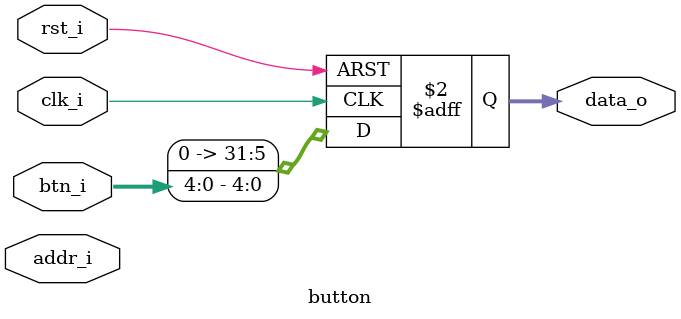
<source format=v>
module button (
    input  wire         rst_i,
    input  wire         clk_i,
    input  wire [31:0]  addr_i,
    input  wire [4:0]   btn_i,
    output reg  [31:0]  data_o
);

    always @(posedge clk_i or posedge rst_i) begin
        if (rst_i) begin
            data_o <= 32'd0;
        end else begin
            data_o <= {27'd0, btn_i};
        end
    end

endmodule
</source>
